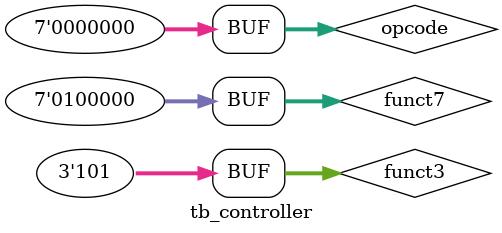
<source format=v>
`timescale 1ns / 1ps
 
// Create Date: 01/23/2020 02:40:16 AM
// Design Name: 
// Module Name: tb_controller
// Project Name: 
// Target Devices: 
// Tool Versions: 
// Description: 
// 
// Dependencies: 
// 
// Revision:
// Revision 0.01 - File Created
// Additional Comments:
// 
//////////////////////////////////////////////////////////////////////////////////


module tb_controller();
    //inputs
    reg [6:0] opcode;
    reg [2:0] funct3;
    reg [6:0] funct7;
    reg z;
    reg less;
    
    //outputs
    wire [3:0] ALU_op;
    wire sel_opA;
    wire sel_opB;
    wire is_stype;
    wire wr_en;
    wire [2:0] dm_select;
    wire [2:0] imm_select;
    wire [1:0] sel_pc;
    wire [1:0] sel_data;
    wire [1:0] store_select;
  
   //Instantiate
   controller1 UUT (
        .opcode(opcode),
        .funct3(funct3),
        .funct7(funct7),
        .z(z),
        .less(less),
        .ALU_op(ALU_op),
        .sel_opA(sel_opA),
        .sel_opB(sel_opB),
        .is_stype(is_stype),
        .wr_en(wr_en),
        .dm_select(dm_select),
        .imm_select(imm_select),
        .sel_pc(sel_pc),
        .sel_data(sel_data),
        .store_select(store_select)
   );
    
    initial begin
       // opcode = 7'b0110111;    //lui
       // #100;
       // opcode = 7'b0010111;    //auipc
       // #100;
       // opcode = 7'b1101111;    //jal
       // #100;
       // opcode = 7'b1100111;    //jalr
       // #100;
        //opcode = 7'b1100011;    //btype
       // funct3 = 3'b000;
       // #50
       // funct3 = 3'b001;
        //#50
        //funct3 = 3'b100;
        //#50
        //funct3 = 3'b011;
        //#50
        //funct3 = 3'b101;
        //#50
        //funct3 = 3'b110;
        //#50
        //funct3 = 3'b111;
        //#50
        //funct3 = 3'b010;
        //#100;
        opcode = 7'b0000011;    //ltype
        funct3 = 3'b000;
        #50
        funct3 = 3'b001;
        #50
        funct3 = 3'b111;
        #50
        funct3 = 3'b010;
        #50
        funct3 = 3'b100;
        #50
        funct3 = 3'b101;
        #100;
        opcode = 7'b0100011;    //stype
        funct3 = 3'b000;
        #50
        funct3 = 3'b111;
        #50
        funct3 = 3'b001;
        #50
        funct3 = 3'b010;
        #100;
        opcode = 7'b0010011;    //itype
        funct3 = 3'b000;
        #100;
        funct3 = 3'b010;
        #50;
        funct3 = 3'b011;
        #50
        funct3 = 3'b100;
        #50
        funct3 = 3'b110;
        #50
        funct3 = 3'b111;
        #50
        funct3 = 3'b001;
        #50
        funct3 = 3'b101;
        funct7 = 7'd0;
        #50
        funct7 = 7'b0100000;
        #100
        opcode = 7'b0110011;    //rtype
        funct3 = 3'b000;
        #100;
        funct7 = 7'd0;
        #50;
        funct3 = 3'b010;
        #50;
        funct3 = 3'b011;
        #50
        funct3 = 3'b100;
        #50
        funct3 = 3'b110;
        #50
        funct3 = 3'b111;
        #50
        funct3 = 3'b001;
        #50
        funct3 = 3'b101;
        #50
        funct7 = 7'b0100000;
        #100
        opcode = 7'b0000000;
    end
endmodule

</source>
